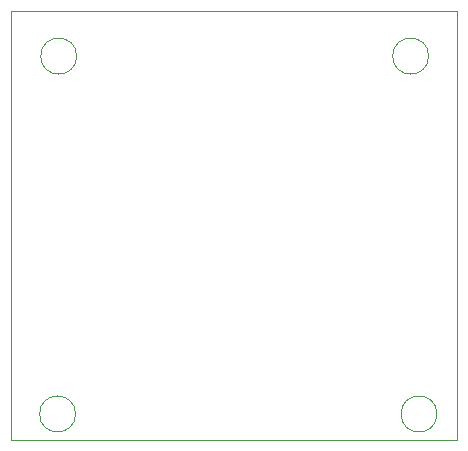
<source format=gbr>
%TF.GenerationSoftware,KiCad,Pcbnew,7.0.8*%
%TF.CreationDate,2023-11-14T14:25:30+07:00*%
%TF.ProjectId,Pixracer_clone,50697872-6163-4657-925f-636c6f6e652e,rev?*%
%TF.SameCoordinates,Original*%
%TF.FileFunction,Profile,NP*%
%FSLAX46Y46*%
G04 Gerber Fmt 4.6, Leading zero omitted, Abs format (unit mm)*
G04 Created by KiCad (PCBNEW 7.0.8) date 2023-11-14 14:25:30*
%MOMM*%
%LPD*%
G01*
G04 APERTURE LIST*
%TA.AperFunction,Profile*%
%ADD10C,0.050000*%
%TD*%
G04 APERTURE END LIST*
D10*
X138223155Y-115100000D02*
G75*
G03*
X138223155Y-115100000I-1523155J0D01*
G01*
X137523155Y-84800000D02*
G75*
G03*
X137523155Y-84800000I-1523155J0D01*
G01*
X107623155Y-115100000D02*
G75*
G03*
X107623155Y-115100000I-1523155J0D01*
G01*
X107723155Y-84800000D02*
G75*
G03*
X107723155Y-84800000I-1523155J0D01*
G01*
X102200000Y-81000000D02*
X139900000Y-81000000D01*
X139900000Y-117300000D01*
X102200000Y-117300000D01*
X102200000Y-81000000D01*
M02*

</source>
